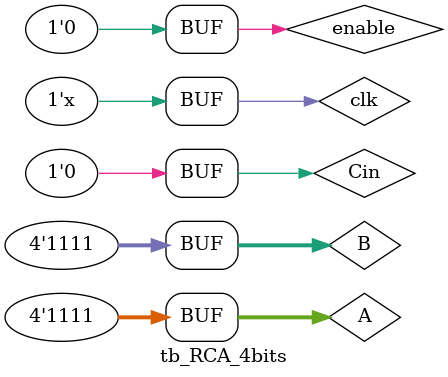
<source format=v>
`timescale 1ns / 1ps

module tb_RCA_4bits;

reg clk;
reg enable;
reg [3:0] A;
reg [3:0] B;
reg Cin;
// Output //
wire [4:0] Q;

RCA_4bits uut (
.clk(clk),
.enable(enable),
.A(A),
.B(B),
.Cin(Cin),
.Q(Q)
);

initial
begin

clk = 0;
enable = 0;
A = 0;
B = 0;
Cin = 0;
#10;

enable = 1;
A[3:0] = 4'b0001;
B[3:0] = 4'b0101;
Cin = 0;
#10;
enable = 0;
#10;

enable = 1;
A[3:0] = 4'b0111;
B[3:0] = 4'b0111;
Cin = 0;
#10;
enable = 0;
#10;

enable = 1;
A[3:0] = 4'b1000;
B[3:0] = 4'b0111;
Cin = 1;
#10;
enable = 0;
#10;

enable = 1;
A[3:0] = 4'b1100;
B[3:0] = 4'b0100;
Cin = 0;
#10;
enable = 0;
#10;



enable = 1;
A[3:0] = 4'b1000;
B[3:0] = 4'b1000;
Cin = 1;
#10;
enable = 0;
#10;

enable = 1;
A[3:0] = 4'b1001;
B[3:0] = 4'b1010;
Cin = 1;
#10;
enable = 0;
#10;

enable = 1;
A[3:0] = 4'b1111;
B[3:0] = 4'b1111;
Cin = 0;
#10;
enable = 0;
#10;
end
        always
begin



#5;
clk = ~clk;
end
endmodule
</source>
